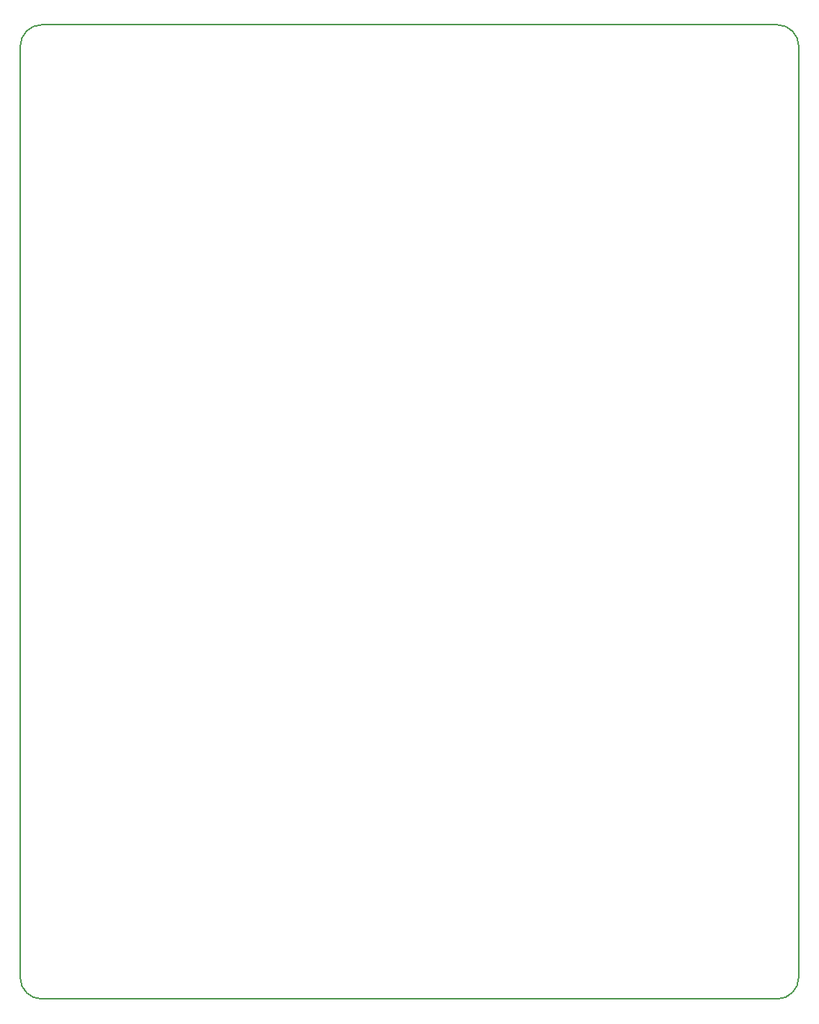
<source format=gbr>
G04 #@! TF.GenerationSoftware,KiCad,Pcbnew,5.1.4+dfsg1-1*
G04 #@! TF.CreationDate,2020-01-15T10:00:44+00:00*
G04 #@! TF.ProjectId,chordboard,63686f72-6462-46f6-9172-642e6b696361,rev?*
G04 #@! TF.SameCoordinates,Original*
G04 #@! TF.FileFunction,Profile,NP*
%FSLAX46Y46*%
G04 Gerber Fmt 4.6, Leading zero omitted, Abs format (unit mm)*
G04 Created by KiCad (PCBNEW 5.1.4+dfsg1-1) date 2020-01-15 10:00:44*
%MOMM*%
%LPD*%
G04 APERTURE LIST*
%ADD10C,0.150000*%
G04 APERTURE END LIST*
D10*
X50800000Y-177800000D02*
G75*
G02X48260000Y-175260000I0J2540000D01*
G01*
X139700000Y-175260000D02*
G75*
G02X137160000Y-177800000I-2540000J0D01*
G01*
X137160000Y-63500000D02*
G75*
G02X139700000Y-66040000I0J-2540000D01*
G01*
X48260000Y-66040000D02*
G75*
G02X50800000Y-63500000I2540000J0D01*
G01*
X137160000Y-63500000D02*
X50800000Y-63500000D01*
X139700000Y-175260000D02*
X139700000Y-66040000D01*
X137160000Y-177800000D02*
X50800000Y-177800000D01*
X48260000Y-175260000D02*
X48260000Y-66040000D01*
M02*

</source>
